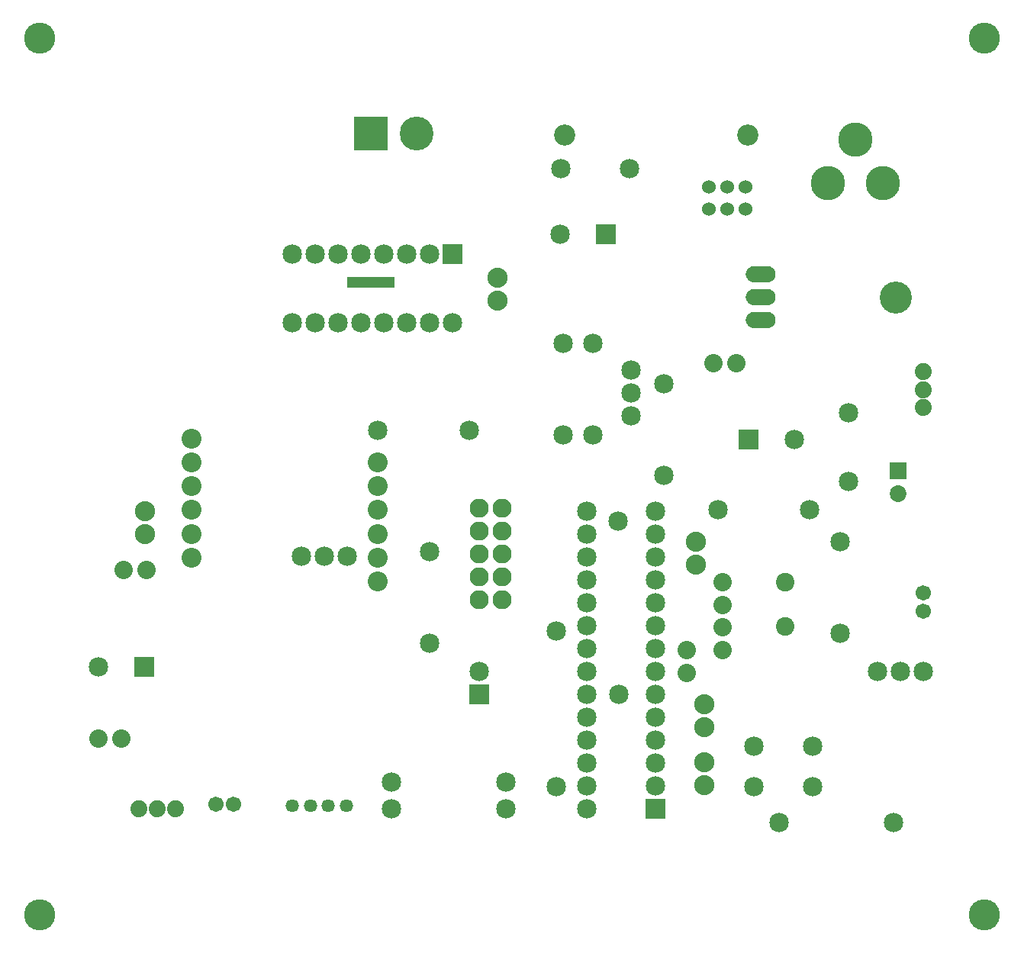
<source format=gbs>
G04 MADE WITH FRITZING*
G04 WWW.FRITZING.ORG*
G04 DOUBLE SIDED*
G04 HOLES PLATED*
G04 CONTOUR ON CENTER OF CONTOUR VECTOR*
%ASAXBY*%
%FSLAX23Y23*%
%MOIN*%
%OFA0B0*%
%SFA1.0B1.0*%
%ADD10C,0.060000*%
%ADD11C,0.150000*%
%ADD12C,0.083667*%
%ADD13C,0.087119*%
%ADD14C,0.085000*%
%ADD15C,0.067000*%
%ADD16C,0.057559*%
%ADD17C,0.074000*%
%ADD18C,0.072992*%
%ADD19C,0.135984*%
%ADD20C,0.147795*%
%ADD21C,0.088000*%
%ADD22C,0.070000*%
%ADD23C,0.140000*%
%ADD24C,0.092000*%
%ADD25C,0.080000*%
%ADD26C,0.080925*%
%ADD27C,0.080866*%
%ADD28R,0.085000X0.085000*%
%ADD29R,0.072992X0.072992*%
%ADD30R,0.147795X0.147795*%
%ADD31R,0.206850X0.049370*%
%ADD32R,0.001000X0.001000*%
%LNMASK0*%
G90*
G70*
G54D10*
X3145Y3330D03*
X3145Y3232D03*
X3224Y3232D03*
X3066Y3232D03*
X3066Y3330D03*
X3224Y3330D03*
G54D11*
X3586Y3346D03*
X3826Y3346D03*
X3706Y3536D03*
G54D12*
X2161Y1527D03*
X2061Y1527D03*
X2161Y1627D03*
X2061Y1627D03*
X2161Y1727D03*
X2061Y1727D03*
X2161Y1827D03*
X2061Y1827D03*
X2161Y1927D03*
X2061Y1927D03*
G54D13*
X806Y2231D03*
X806Y2126D03*
X806Y2022D03*
X806Y1918D03*
X806Y1814D03*
X806Y1710D03*
X1617Y2126D03*
X1617Y2022D03*
X1617Y1918D03*
X1617Y1814D03*
X1617Y1710D03*
X1617Y1605D03*
G54D14*
X3519Y708D03*
X3263Y708D03*
X3519Y885D03*
X3263Y885D03*
G54D15*
X4001Y1477D03*
X4001Y1556D03*
X911Y633D03*
X990Y633D03*
G54D16*
X1245Y626D03*
X1324Y626D03*
X1403Y626D03*
X1482Y626D03*
G54D17*
X4001Y2365D03*
X4001Y2444D03*
X4001Y2522D03*
X576Y613D03*
X655Y613D03*
X734Y613D03*
G54D14*
X3240Y2226D03*
X3440Y2226D03*
X599Y1233D03*
X399Y1233D03*
X2614Y3123D03*
X2414Y3123D03*
X3676Y2344D03*
X3676Y2044D03*
X2397Y1389D03*
X2397Y711D03*
G54D18*
X3893Y2088D03*
X3893Y1989D03*
G54D14*
X2670Y1871D03*
X2672Y1113D03*
G54D19*
X4267Y150D03*
X143Y150D03*
X4267Y3979D03*
X143Y3979D03*
G54D14*
X2831Y612D03*
X2531Y612D03*
X2831Y712D03*
X2531Y712D03*
X2831Y812D03*
X2531Y812D03*
X2831Y912D03*
X2531Y912D03*
X2831Y1012D03*
X2531Y1012D03*
X2831Y1112D03*
X2531Y1112D03*
X2831Y1212D03*
X2531Y1212D03*
X2831Y1312D03*
X2531Y1312D03*
X2831Y1412D03*
X2531Y1412D03*
X2831Y1512D03*
X2531Y1512D03*
X2831Y1612D03*
X2531Y1612D03*
X2831Y1712D03*
X2531Y1712D03*
X2831Y1812D03*
X2531Y1812D03*
X2831Y1912D03*
X2531Y1912D03*
X1946Y3037D03*
X1946Y2737D03*
X1846Y3037D03*
X1846Y2737D03*
X1746Y3037D03*
X1746Y2737D03*
X1646Y3037D03*
X1646Y2737D03*
X1546Y3037D03*
X1546Y2737D03*
X1446Y3037D03*
X1446Y2737D03*
X1346Y3037D03*
X1346Y2737D03*
X1246Y3037D03*
X1246Y2737D03*
G54D20*
X1587Y3563D03*
X1787Y3563D03*
G54D21*
X3007Y1678D03*
X3007Y1778D03*
X3046Y970D03*
X3046Y1070D03*
X2141Y2834D03*
X2141Y2934D03*
X3046Y715D03*
X3046Y815D03*
X602Y1812D03*
X602Y1912D03*
G54D22*
X3293Y2947D03*
X3293Y2847D03*
X3293Y2747D03*
G54D23*
X3883Y2847D03*
G54D24*
X3234Y3556D03*
X2434Y3556D03*
G54D14*
X2179Y613D03*
X1679Y613D03*
X2179Y731D03*
X1679Y731D03*
X4001Y1213D03*
X3901Y1213D03*
X3801Y1213D03*
X2726Y2531D03*
X2726Y2431D03*
X2726Y2331D03*
G54D25*
X3184Y2560D03*
X3084Y2560D03*
G54D14*
X2869Y2068D03*
X2869Y2468D03*
X2559Y2245D03*
X2559Y2645D03*
X3505Y1920D03*
X3105Y1920D03*
X2427Y2647D03*
X2427Y2247D03*
X3637Y1381D03*
X3637Y1781D03*
X2019Y2267D03*
X1619Y2267D03*
X3373Y552D03*
X3873Y552D03*
G54D25*
X3125Y1603D03*
X3125Y1503D03*
X2969Y1306D03*
X2969Y1206D03*
X3125Y1406D03*
X3125Y1306D03*
G54D26*
X3399Y1602D03*
G54D27*
X3399Y1409D03*
G54D14*
X2417Y3408D03*
X2717Y3408D03*
X1486Y1715D03*
X1386Y1715D03*
X1286Y1715D03*
X1846Y1335D03*
X1846Y1735D03*
G54D25*
X497Y918D03*
X397Y918D03*
X607Y1656D03*
X507Y1656D03*
G54D14*
X2062Y1113D03*
X2062Y1213D03*
G54D28*
X3240Y2226D03*
X599Y1233D03*
X2614Y3123D03*
G54D29*
X3893Y2088D03*
G54D28*
X2831Y612D03*
X1946Y3037D03*
G54D30*
X1587Y3563D03*
G54D31*
X1590Y2914D03*
G54D28*
X2062Y1113D03*
G54D32*
X3259Y2983D02*
X3324Y2983D01*
X3254Y2982D02*
X3330Y2982D01*
X3250Y2981D02*
X3333Y2981D01*
X3248Y2980D02*
X3335Y2980D01*
X3246Y2979D02*
X3338Y2979D01*
X3244Y2978D02*
X3339Y2978D01*
X3243Y2977D02*
X3341Y2977D01*
X3241Y2976D02*
X3342Y2976D01*
X3240Y2975D02*
X3344Y2975D01*
X3239Y2974D02*
X3345Y2974D01*
X3238Y2973D02*
X3346Y2973D01*
X3237Y2972D02*
X3347Y2972D01*
X3236Y2971D02*
X3348Y2971D01*
X3235Y2970D02*
X3349Y2970D01*
X3234Y2969D02*
X3349Y2969D01*
X3233Y2968D02*
X3350Y2968D01*
X3233Y2967D02*
X3351Y2967D01*
X3232Y2966D02*
X3351Y2966D01*
X3232Y2965D02*
X3352Y2965D01*
X3231Y2964D02*
X3352Y2964D01*
X3231Y2963D02*
X3289Y2963D01*
X3294Y2963D02*
X3353Y2963D01*
X3230Y2962D02*
X3285Y2962D01*
X3298Y2962D02*
X3353Y2962D01*
X3230Y2961D02*
X3283Y2961D01*
X3300Y2961D02*
X3354Y2961D01*
X3229Y2960D02*
X3282Y2960D01*
X3301Y2960D02*
X3354Y2960D01*
X3229Y2959D02*
X3281Y2959D01*
X3303Y2959D02*
X3354Y2959D01*
X3229Y2958D02*
X3280Y2958D01*
X3303Y2958D02*
X3355Y2958D01*
X3228Y2957D02*
X3279Y2957D01*
X3304Y2957D02*
X3355Y2957D01*
X3228Y2956D02*
X3278Y2956D01*
X3305Y2956D02*
X3355Y2956D01*
X3228Y2955D02*
X3278Y2955D01*
X3306Y2955D02*
X3355Y2955D01*
X3228Y2954D02*
X3277Y2954D01*
X3306Y2954D02*
X3356Y2954D01*
X3228Y2953D02*
X3277Y2953D01*
X3306Y2953D02*
X3356Y2953D01*
X3227Y2952D02*
X3277Y2952D01*
X3307Y2952D02*
X3356Y2952D01*
X3227Y2951D02*
X3276Y2951D01*
X3307Y2951D02*
X3356Y2951D01*
X3227Y2950D02*
X3276Y2950D01*
X3307Y2950D02*
X3356Y2950D01*
X3227Y2949D02*
X3276Y2949D01*
X3307Y2949D02*
X3356Y2949D01*
X3227Y2948D02*
X3276Y2948D01*
X3307Y2948D02*
X3356Y2948D01*
X3227Y2947D02*
X3276Y2947D01*
X3307Y2947D02*
X3356Y2947D01*
X3227Y2946D02*
X3276Y2946D01*
X3307Y2946D02*
X3356Y2946D01*
X3227Y2945D02*
X3277Y2945D01*
X3307Y2945D02*
X3356Y2945D01*
X3228Y2944D02*
X3277Y2944D01*
X3307Y2944D02*
X3356Y2944D01*
X3228Y2943D02*
X3277Y2943D01*
X3306Y2943D02*
X3356Y2943D01*
X3228Y2942D02*
X3277Y2942D01*
X3306Y2942D02*
X3356Y2942D01*
X3228Y2941D02*
X3278Y2941D01*
X3305Y2941D02*
X3355Y2941D01*
X3228Y2940D02*
X3279Y2940D01*
X3305Y2940D02*
X3355Y2940D01*
X3229Y2939D02*
X3279Y2939D01*
X3304Y2939D02*
X3355Y2939D01*
X3229Y2938D02*
X3280Y2938D01*
X3303Y2938D02*
X3355Y2938D01*
X3229Y2937D02*
X3281Y2937D01*
X3302Y2937D02*
X3354Y2937D01*
X3230Y2936D02*
X3282Y2936D01*
X3301Y2936D02*
X3354Y2936D01*
X3230Y2935D02*
X3284Y2935D01*
X3299Y2935D02*
X3354Y2935D01*
X3230Y2934D02*
X3286Y2934D01*
X3297Y2934D02*
X3353Y2934D01*
X3231Y2933D02*
X3353Y2933D01*
X3231Y2932D02*
X3352Y2932D01*
X3232Y2931D02*
X3352Y2931D01*
X3232Y2930D02*
X3351Y2930D01*
X3233Y2929D02*
X3350Y2929D01*
X3234Y2928D02*
X3350Y2928D01*
X3234Y2927D02*
X3349Y2927D01*
X3235Y2926D02*
X3348Y2926D01*
X3236Y2925D02*
X3347Y2925D01*
X3237Y2924D02*
X3347Y2924D01*
X3238Y2923D02*
X3346Y2923D01*
X3239Y2922D02*
X3344Y2922D01*
X3240Y2921D02*
X3343Y2921D01*
X3242Y2920D02*
X3342Y2920D01*
X3243Y2919D02*
X3340Y2919D01*
X3245Y2918D02*
X3339Y2918D01*
X3247Y2917D02*
X3337Y2917D01*
X3249Y2916D02*
X3335Y2916D01*
X3251Y2915D02*
X3332Y2915D01*
X3255Y2914D02*
X3329Y2914D01*
X3259Y2883D02*
X3324Y2883D01*
X3254Y2882D02*
X3330Y2882D01*
X3250Y2881D02*
X3333Y2881D01*
X3248Y2880D02*
X3336Y2880D01*
X3246Y2879D02*
X3338Y2879D01*
X3244Y2878D02*
X3339Y2878D01*
X3242Y2877D02*
X3341Y2877D01*
X3241Y2876D02*
X3342Y2876D01*
X3240Y2875D02*
X3344Y2875D01*
X3239Y2874D02*
X3345Y2874D01*
X3238Y2873D02*
X3346Y2873D01*
X3237Y2872D02*
X3347Y2872D01*
X3236Y2871D02*
X3348Y2871D01*
X3235Y2870D02*
X3349Y2870D01*
X3234Y2869D02*
X3349Y2869D01*
X3233Y2868D02*
X3350Y2868D01*
X3233Y2867D02*
X3351Y2867D01*
X3232Y2866D02*
X3351Y2866D01*
X3232Y2865D02*
X3352Y2865D01*
X3231Y2864D02*
X3352Y2864D01*
X3231Y2863D02*
X3289Y2863D01*
X3294Y2863D02*
X3353Y2863D01*
X3230Y2862D02*
X3285Y2862D01*
X3298Y2862D02*
X3353Y2862D01*
X3230Y2861D02*
X3283Y2861D01*
X3300Y2861D02*
X3354Y2861D01*
X3229Y2860D02*
X3282Y2860D01*
X3301Y2860D02*
X3354Y2860D01*
X3229Y2859D02*
X3281Y2859D01*
X3303Y2859D02*
X3354Y2859D01*
X3229Y2858D02*
X3280Y2858D01*
X3303Y2858D02*
X3355Y2858D01*
X3228Y2857D02*
X3279Y2857D01*
X3304Y2857D02*
X3355Y2857D01*
X3228Y2856D02*
X3278Y2856D01*
X3305Y2856D02*
X3355Y2856D01*
X3228Y2855D02*
X3278Y2855D01*
X3306Y2855D02*
X3355Y2855D01*
X3228Y2854D02*
X3277Y2854D01*
X3306Y2854D02*
X3356Y2854D01*
X3228Y2853D02*
X3277Y2853D01*
X3306Y2853D02*
X3356Y2853D01*
X3227Y2852D02*
X3277Y2852D01*
X3307Y2852D02*
X3356Y2852D01*
X3227Y2851D02*
X3276Y2851D01*
X3307Y2851D02*
X3356Y2851D01*
X3227Y2850D02*
X3276Y2850D01*
X3307Y2850D02*
X3356Y2850D01*
X3227Y2849D02*
X3276Y2849D01*
X3307Y2849D02*
X3356Y2849D01*
X3227Y2848D02*
X3276Y2848D01*
X3307Y2848D02*
X3356Y2848D01*
X3227Y2847D02*
X3276Y2847D01*
X3307Y2847D02*
X3356Y2847D01*
X3227Y2846D02*
X3276Y2846D01*
X3307Y2846D02*
X3356Y2846D01*
X3227Y2845D02*
X3277Y2845D01*
X3307Y2845D02*
X3356Y2845D01*
X3228Y2844D02*
X3277Y2844D01*
X3307Y2844D02*
X3356Y2844D01*
X3228Y2843D02*
X3277Y2843D01*
X3306Y2843D02*
X3356Y2843D01*
X3228Y2842D02*
X3277Y2842D01*
X3306Y2842D02*
X3356Y2842D01*
X3228Y2841D02*
X3278Y2841D01*
X3305Y2841D02*
X3355Y2841D01*
X3228Y2840D02*
X3279Y2840D01*
X3305Y2840D02*
X3355Y2840D01*
X3229Y2839D02*
X3279Y2839D01*
X3304Y2839D02*
X3355Y2839D01*
X3229Y2838D02*
X3280Y2838D01*
X3303Y2838D02*
X3355Y2838D01*
X3229Y2837D02*
X3281Y2837D01*
X3302Y2837D02*
X3354Y2837D01*
X3230Y2836D02*
X3282Y2836D01*
X3301Y2836D02*
X3354Y2836D01*
X3230Y2835D02*
X3284Y2835D01*
X3299Y2835D02*
X3354Y2835D01*
X3230Y2834D02*
X3286Y2834D01*
X3297Y2834D02*
X3353Y2834D01*
X3231Y2833D02*
X3353Y2833D01*
X3231Y2832D02*
X3352Y2832D01*
X3232Y2831D02*
X3352Y2831D01*
X3232Y2830D02*
X3351Y2830D01*
X3233Y2829D02*
X3350Y2829D01*
X3234Y2828D02*
X3350Y2828D01*
X3234Y2827D02*
X3349Y2827D01*
X3235Y2826D02*
X3348Y2826D01*
X3236Y2825D02*
X3347Y2825D01*
X3237Y2824D02*
X3346Y2824D01*
X3238Y2823D02*
X3345Y2823D01*
X3239Y2822D02*
X3344Y2822D01*
X3240Y2821D02*
X3343Y2821D01*
X3242Y2820D02*
X3342Y2820D01*
X3243Y2819D02*
X3340Y2819D01*
X3245Y2818D02*
X3339Y2818D01*
X3247Y2817D02*
X3337Y2817D01*
X3249Y2816D02*
X3335Y2816D01*
X3251Y2815D02*
X3332Y2815D01*
X3255Y2814D02*
X3328Y2814D01*
X3259Y2783D02*
X3325Y2783D01*
X3254Y2782D02*
X3330Y2782D01*
X3250Y2781D02*
X3333Y2781D01*
X3248Y2780D02*
X3336Y2780D01*
X3246Y2779D02*
X3338Y2779D01*
X3244Y2778D02*
X3339Y2778D01*
X3242Y2777D02*
X3341Y2777D01*
X3241Y2776D02*
X3342Y2776D01*
X3240Y2775D02*
X3344Y2775D01*
X3239Y2774D02*
X3345Y2774D01*
X3238Y2773D02*
X3346Y2773D01*
X3237Y2772D02*
X3347Y2772D01*
X3236Y2771D02*
X3348Y2771D01*
X3235Y2770D02*
X3349Y2770D01*
X3234Y2769D02*
X3349Y2769D01*
X3233Y2768D02*
X3350Y2768D01*
X3233Y2767D02*
X3351Y2767D01*
X3232Y2766D02*
X3351Y2766D01*
X3232Y2765D02*
X3352Y2765D01*
X3231Y2764D02*
X3352Y2764D01*
X3231Y2763D02*
X3289Y2763D01*
X3294Y2763D02*
X3353Y2763D01*
X3230Y2762D02*
X3285Y2762D01*
X3298Y2762D02*
X3353Y2762D01*
X3230Y2761D02*
X3283Y2761D01*
X3300Y2761D02*
X3354Y2761D01*
X3229Y2760D02*
X3282Y2760D01*
X3301Y2760D02*
X3354Y2760D01*
X3229Y2759D02*
X3281Y2759D01*
X3303Y2759D02*
X3354Y2759D01*
X3229Y2758D02*
X3280Y2758D01*
X3303Y2758D02*
X3355Y2758D01*
X3228Y2757D02*
X3279Y2757D01*
X3304Y2757D02*
X3355Y2757D01*
X3228Y2756D02*
X3278Y2756D01*
X3305Y2756D02*
X3355Y2756D01*
X3228Y2755D02*
X3278Y2755D01*
X3306Y2755D02*
X3355Y2755D01*
X3228Y2754D02*
X3277Y2754D01*
X3306Y2754D02*
X3356Y2754D01*
X3228Y2753D02*
X3277Y2753D01*
X3306Y2753D02*
X3356Y2753D01*
X3227Y2752D02*
X3277Y2752D01*
X3307Y2752D02*
X3356Y2752D01*
X3227Y2751D02*
X3276Y2751D01*
X3307Y2751D02*
X3356Y2751D01*
X3227Y2750D02*
X3276Y2750D01*
X3307Y2750D02*
X3356Y2750D01*
X3227Y2749D02*
X3276Y2749D01*
X3307Y2749D02*
X3356Y2749D01*
X3227Y2748D02*
X3276Y2748D01*
X3307Y2748D02*
X3356Y2748D01*
X3227Y2747D02*
X3276Y2747D01*
X3307Y2747D02*
X3356Y2747D01*
X3227Y2746D02*
X3276Y2746D01*
X3307Y2746D02*
X3356Y2746D01*
X3227Y2745D02*
X3277Y2745D01*
X3307Y2745D02*
X3356Y2745D01*
X3228Y2744D02*
X3277Y2744D01*
X3307Y2744D02*
X3356Y2744D01*
X3228Y2743D02*
X3277Y2743D01*
X3306Y2743D02*
X3356Y2743D01*
X3228Y2742D02*
X3278Y2742D01*
X3306Y2742D02*
X3356Y2742D01*
X3228Y2741D02*
X3278Y2741D01*
X3305Y2741D02*
X3355Y2741D01*
X3228Y2740D02*
X3279Y2740D01*
X3305Y2740D02*
X3355Y2740D01*
X3229Y2739D02*
X3279Y2739D01*
X3304Y2739D02*
X3355Y2739D01*
X3229Y2738D02*
X3280Y2738D01*
X3303Y2738D02*
X3355Y2738D01*
X3229Y2737D02*
X3281Y2737D01*
X3302Y2737D02*
X3354Y2737D01*
X3230Y2736D02*
X3283Y2736D01*
X3301Y2736D02*
X3354Y2736D01*
X3230Y2735D02*
X3284Y2735D01*
X3299Y2735D02*
X3354Y2735D01*
X3230Y2734D02*
X3286Y2734D01*
X3297Y2734D02*
X3353Y2734D01*
X3231Y2733D02*
X3353Y2733D01*
X3231Y2732D02*
X3352Y2732D01*
X3232Y2731D02*
X3352Y2731D01*
X3232Y2730D02*
X3351Y2730D01*
X3233Y2729D02*
X3350Y2729D01*
X3234Y2728D02*
X3350Y2728D01*
X3234Y2727D02*
X3349Y2727D01*
X3235Y2726D02*
X3348Y2726D01*
X3236Y2725D02*
X3347Y2725D01*
X3237Y2724D02*
X3346Y2724D01*
X3238Y2723D02*
X3345Y2723D01*
X3239Y2722D02*
X3344Y2722D01*
X3240Y2721D02*
X3343Y2721D01*
X3242Y2720D02*
X3342Y2720D01*
X3243Y2719D02*
X3340Y2719D01*
X3245Y2718D02*
X3339Y2718D01*
X3247Y2717D02*
X3337Y2717D01*
X3249Y2716D02*
X3335Y2716D01*
X3251Y2715D02*
X3332Y2715D01*
X3255Y2714D02*
X3328Y2714D01*
D02*
G04 End of Mask0*
M02*
</source>
